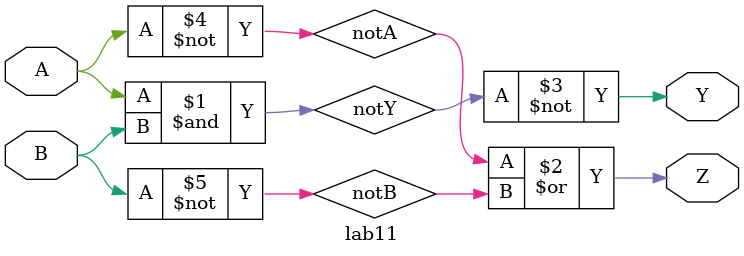
<source format=sv>
module lab11(
  input logic A,B,
  output logic Y,Z
);
  logic notA, notB, nontY;
  
  and(notY,A,B);
  
  not(Y, notY);
  
  
  not(notA, A);
  not(notB, B);

  
  or(Z, notA, notB);

endmodule

</source>
